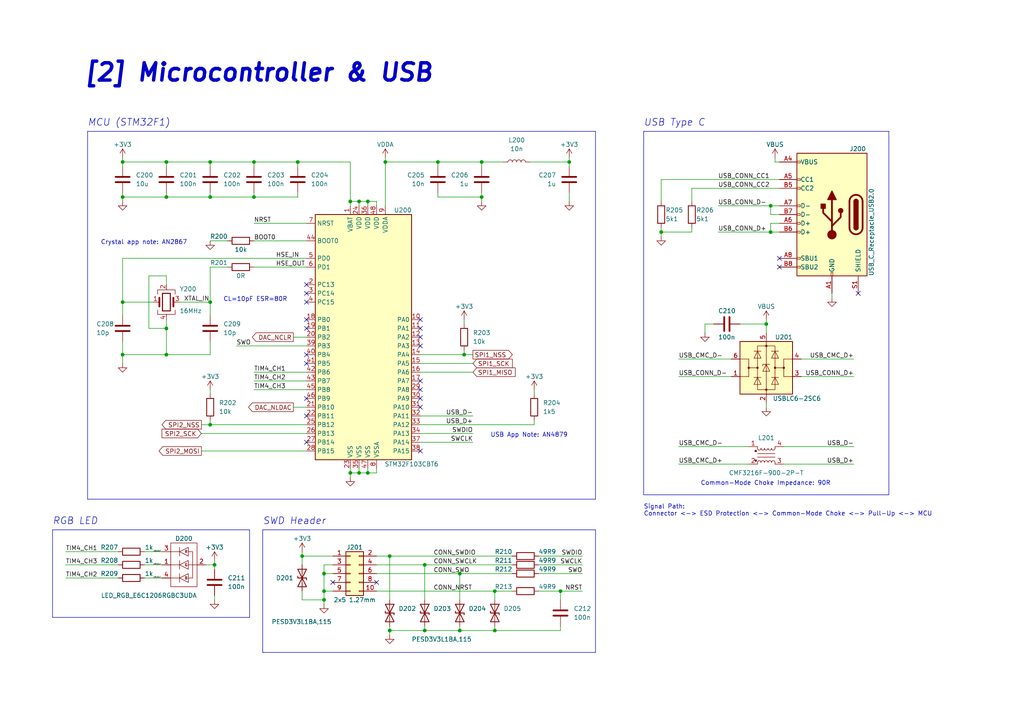
<source format=kicad_sch>
(kicad_sch (version 20230121) (generator eeschema)
  (paper "A4")
  (title_block (title "Mixed-Signal Demo PCB") (date "2021-12-24") (rev "0.1") (company "Phil's Lab"))
  (lib_symbols
    (symbol "Connector:USB_C_Receptacle_USB2.0" (pin_names (offset 1.016))
      (property "Reference" "J" (at -10.16 19.05 0))
      (property "Value" "USB_C_Receptacle_USB2.0" (at 19.05 19.05 0))
      (symbol "USB_C_Receptacle_USB2.0_0_0"
        (rectangle (start -0.254 -17.78) (end 0.254 -16.764))
        (rectangle (start 10.16 -14.986) (end 9.144 -15.494))
        (rectangle (start 10.16 -12.446) (end 9.144 -12.954))
        (rectangle (start 10.16 -4.826) (end 9.144 -5.334))
        (rectangle (start 10.16 -2.286) (end 9.144 -2.794))
        (rectangle (start 10.16 0.254) (end 9.144 -0.254))
        (rectangle (start 10.16 2.794) (end 9.144 2.286))
        (rectangle (start 10.16 7.874) (end 9.144 7.366))
        (rectangle (start 10.16 10.414) (end 9.144 9.906))
        (rectangle (start 10.16 15.494) (end 9.144 14.986))
      )
      (symbol "USB_C_Receptacle_USB2.0_0_1"
        (rectangle (start -10.16 17.78) (end 10.16 -17.78) (stroke (width 0.254)) (fill (type background)))
        (arc (start -8.89 -3.81) (mid -6.985 -5.7067) (end -5.08 -3.81) (stroke (width 0.508)))
        (arc (start -7.62 -3.81) (mid -6.985 -4.4423) (end -6.35 -3.81) (stroke (width 0.254)))
        (arc (start -7.62 -3.81) (mid -6.985 -4.4423) (end -6.35 -3.81) (stroke (width 0.254)) (fill (type outline)))
        (rectangle (start -7.62 -3.81) (end -6.35 3.81) (stroke (width 0.254)) (fill (type outline)))
        (arc (start -6.35 3.81) (mid -6.985 4.4423) (end -7.62 3.81) (stroke (width 0.254)))
        (arc (start -6.35 3.81) (mid -6.985 4.4423) (end -7.62 3.81) (stroke (width 0.254)) (fill (type outline)))
        (arc (start -5.08 3.81) (mid -6.985 5.7067) (end -8.89 3.81) (stroke (width 0.508)))
        (circle (center -2.54 1.143) (radius 0.635) (stroke (width 0.254)) (fill (type outline)))
        (circle (center 0 -5.842) (radius 1.27) (fill (type outline)))
        (polyline (pts (xy -8.89 -3.81) (xy -8.89 3.81)) (stroke (width 0.508)))
        (polyline (pts (xy -5.08 3.81) (xy -5.08 -3.81)) (stroke (width 0.508)))
        (polyline (pts (xy 0 -5.842) (xy 0 4.318)) (stroke (width 0.508)))
        (polyline (pts (xy 0 -3.302) (xy -2.54 -0.762) (xy -2.54 0.508)) (stroke (width 0.508)))
        (polyline (pts (xy 0 -2.032) (xy 2.54 0.508) (xy 2.54 1.778)) (stroke (width 0.508)))
        (polyline (pts (xy -1.27 4.318) (xy 0 6.858) (xy 1.27 4.318) (xy -1.27 4.318)) (stroke (width 0.254)) (fill (type outline)))
        (rectangle (start 1.905 1.778) (end 3.175 3.048) (stroke (width 0.254)) (fill (type outline)))
      )
      (symbol "USB_C_Receptacle_USB2.0_1_1"
        (pin passive line (at 0 -22.86 90) (length 5.08) (name "GND") (number "A1"))
        (pin passive line (at 0 -22.86 90) (length 5.08) hide (name "GND") (number "A12"))
        (pin passive line (at 15.24 15.24 180) (length 5.08) (name "VBUS") (number "A4"))
        (pin bidirectional line (at 15.24 10.16 180) (length 5.08) (name "CC1") (number "A5"))
        (pin bidirectional line (at 15.24 -2.54 180) (length 5.08) (name "D+") (number "A6"))
        (pin bidirectional line (at 15.24 2.54 180) (length 5.08) (name "D-") (number "A7"))
        (pin bidirectional line (at 15.24 -12.7 180) (length 5.08) (name "SBU1") (number "A8"))
        (pin passive line (at 15.24 15.24 180) (length 5.08) hide (name "VBUS") (number "A9"))
        (pin passive line (at 0 -22.86 90) (length 5.08) hide (name "GND") (number "B1"))
        (pin passive line (at 0 -22.86 90) (length 5.08) hide (name "GND") (number "B12"))
        (pin passive line (at 15.24 15.24 180) (length 5.08) hide (name "VBUS") (number "B4"))
        (pin bidirectional line (at 15.24 7.62 180) (length 5.08) (name "CC2") (number "B5"))
        (pin bidirectional line (at 15.24 -5.08 180) (length 5.08) (name "D+") (number "B6"))
        (pin bidirectional line (at 15.24 0 180) (length 5.08) (name "D-") (number "B7"))
        (pin bidirectional line (at 15.24 -15.24 180) (length 5.08) (name "SBU2") (number "B8"))
        (pin passive line (at 15.24 15.24 180) (length 5.08) hide (name "VBUS") (number "B9"))
        (pin passive line (at -7.62 -22.86 90) (length 5.08) (name "SHIELD") (number "S1"))
      )
    )
    (symbol "Connector_Generic:Conn_02x05_Odd_Even" (pin_names (offset 1.016) hide)
      (property "Reference" "J" (at 1.27 7.62 0))
      (property "Value" "Conn_02x05_Odd_Even" (at 1.27 -7.62 0))
      (symbol "Conn_02x05_Odd_Even_1_1"
        (rectangle (start -1.27 -4.953) (end 0 -5.207) (stroke (width 0.1524)))
        (rectangle (start -1.27 -2.413) (end 0 -2.667) (stroke (width 0.1524)))
        (rectangle (start -1.27 0.127) (end 0 -0.127) (stroke (width 0.1524)))
        (rectangle (start -1.27 2.667) (end 0 2.413) (stroke (width 0.1524)))
        (rectangle (start -1.27 5.207) (end 0 4.953) (stroke (width 0.1524)))
        (rectangle (start -1.27 6.35) (end 3.81 -6.35) (stroke (width 0.254)) (fill (type background)))
        (rectangle (start 3.81 -4.953) (end 2.54 -5.207) (stroke (width 0.1524)))
        (rectangle (start 3.81 -2.413) (end 2.54 -2.667) (stroke (width 0.1524)))
        (rectangle (start 3.81 0.127) (end 2.54 -0.127) (stroke (width 0.1524)))
        (rectangle (start 3.81 2.667) (end 2.54 2.413) (stroke (width 0.1524)))
        (rectangle (start 3.81 5.207) (end 2.54 4.953) (stroke (width 0.1524)))
        (pin passive line (at -5.08 5.08 0) (length 3.81) (name "Pin_1") (number "1"))
        (pin passive line (at 7.62 -5.08 180) (length 3.81) (name "Pin_10") (number "10"))
        (pin passive line (at 7.62 5.08 180) (length 3.81) (name "Pin_2") (number "2"))
        (pin passive line (at -5.08 2.54 0) (length 3.81) (name "Pin_3") (number "3"))
        (pin passive line (at 7.62 2.54 180) (length 3.81) (name "Pin_4") (number "4"))
        (pin passive line (at -5.08 0 0) (length 3.81) (name "Pin_5") (number "5"))
        (pin passive line (at 7.62 0 180) (length 3.81) (name "Pin_6") (number "6"))
        (pin passive line (at -5.08 -2.54 0) (length 3.81) (name "Pin_7") (number "7"))
        (pin passive line (at 7.62 -2.54 180) (length 3.81) (name "Pin_8") (number "8"))
        (pin passive line (at -5.08 -5.08 0) (length 3.81) (name "Pin_9") (number "9"))
      )
    )
    (symbol "Device:C" (pin_numbers hide) (pin_names (offset 0.254))
      (property "Reference" "C" (at 0.635 2.54 0))
      (property "Value" "C" (at 0.635 -2.54 0))
      (symbol "C_0_1"
        (polyline (pts (xy -2.032 -0.762) (xy 2.032 -0.762)) (stroke (width 0.508)))
        (polyline (pts (xy -2.032 0.762) (xy 2.032 0.762)) (stroke (width 0.508)))
      )
      (symbol "C_1_1"
        (pin passive line (at 0 3.81 270) (length 2.794) (name "~") (number "1"))
        (pin passive line (at 0 -3.81 90) (length 2.794) (name "~") (number "2"))
      )
    )
    (symbol "Device:Crystal_GND24" (pin_names (offset 1.016) hide)
      (property "Reference" "Y" (at 3.175 5.08 0))
      (property "Value" "Crystal_GND24" (at 3.175 3.175 0))
      (symbol "Crystal_GND24_0_1"
        (rectangle (start -1.143 2.54) (end 1.143 -2.54) (stroke (width 0.3048)))
        (polyline (pts (xy -2.54 0) (xy -2.032 0)))
        (polyline (pts (xy -2.032 -1.27) (xy -2.032 1.27)) (stroke (width 0.508)))
        (polyline (pts (xy 0 -3.81) (xy 0 -3.556)))
        (polyline (pts (xy 0 3.556) (xy 0 3.81)))
        (polyline (pts (xy 2.032 -1.27) (xy 2.032 1.27)) (stroke (width 0.508)))
        (polyline (pts (xy 2.032 0) (xy 2.54 0)))
        (polyline (pts (xy -2.54 -2.286) (xy -2.54 -3.556) (xy 2.54 -3.556) (xy 2.54 -2.286)))
        (polyline (pts (xy -2.54 2.286) (xy -2.54 3.556) (xy 2.54 3.556) (xy 2.54 2.286)))
      )
      (symbol "Crystal_GND24_1_1"
        (pin passive line (at -3.81 0 0) (length 1.27) (name "1") (number "1"))
        (pin passive line (at 0 5.08 270) (length 1.27) (name "2") (number "2"))
        (pin passive line (at 3.81 0 180) (length 1.27) (name "3") (number "3"))
        (pin passive line (at 0 -5.08 90) (length 1.27) (name "4") (number "4"))
      )
    )
    (symbol "Device:D_TVS" (pin_numbers hide) (pin_names (offset 1.016) hide)
      (property "Reference" "D" (at 0 2.54 0))
      (property "Value" "D_TVS" (at 0 -2.54 0))
      (symbol "D_TVS_0_1"
        (polyline (pts (xy 1.27 0) (xy -1.27 0)))
        (polyline (pts (xy 0.508 1.27) (xy 0 1.27) (xy 0 -1.27) (xy -0.508 -1.27)) (stroke (width 0.254)))
        (polyline (pts (xy -2.54 1.27) (xy -2.54 -1.27) (xy 2.54 1.27) (xy 2.54 -1.27) (xy -2.54 1.27)) (stroke (width 0.254)))
      )
      (symbol "D_TVS_1_1"
        (pin passive line (at -3.81 0 0) (length 2.54) (name "A1") (number "1"))
        (pin passive line (at 3.81 0 180) (length 2.54) (name "A2") (number "2"))
      )
    )
    (symbol "Device:EMI_Filter_LL_1423" (pin_names hide)
      (property "Reference" "FL" (at 0 4.445 0))
      (property "Value" "Device_EMI_Filter_LL_1423" (at 0 -4.445 0))
      (symbol "EMI_Filter_LL_1423_0_1"
        (circle (center -3.048 -1.27) (radius 0.254) (fill (type outline)))
        (circle (center -3.048 1.524) (radius 0.254) (fill (type outline)))
        (arc (start -2.54 2.032) (mid -2.032 1.5262) (end -1.524 2.032))
        (arc (start -1.524 -2.032) (mid -2.032 -1.5262) (end -2.54 -2.032))
        (arc (start -1.524 2.032) (mid -1.016 1.5262) (end -0.508 2.032))
        (arc (start -0.508 -2.032) (mid -1.016 -1.5262) (end -1.524 -2.032))
        (arc (start -0.508 2.032) (mid 0 1.5262) (end 0.508 2.032))
        (polyline (pts (xy -2.54 -2.032) (xy -2.54 -2.54)))
        (polyline (pts (xy -2.54 0.508) (xy 2.54 0.508)))
        (polyline (pts (xy -2.54 2.032) (xy -2.54 2.54)))
        (polyline (pts (xy 2.54 -2.032) (xy 2.54 -2.54)))
        (polyline (pts (xy 2.54 -0.508) (xy -2.54 -0.508)))
        (polyline (pts (xy 2.54 2.54) (xy 2.54 2.032)))
        (arc (start 0.508 -2.032) (mid 0 -1.5262) (end -0.508 -2.032))
        (arc (start 0.508 2.032) (mid 1.016 1.5262) (end 1.524 2.032))
        (arc (start 1.524 -2.032) (mid 1.016 -1.5262) (end 0.508 -2.032))
        (arc (start 1.524 2.032) (mid 2.032 1.5262) (end 2.54 2.032))
        (arc (start 2.54 -2.032) (mid 2.032 -1.5262) (end 1.524 -2.032))
      )
      (symbol "EMI_Filter_LL_1423_1_1"
        (pin passive line (at -5.08 -2.54 0) (length 2.54) (name "1") (number "1"))
        (pin passive line (at -5.08 2.54 0) (length 2.54) (name "2") (number "2"))
        (pin passive line (at 5.08 2.54 180) (length 2.54) (name "3") (number "3"))
        (pin passive line (at 5.08 -2.54 180) (length 2.54) (name "4") (number "4"))
      )
    )
    (symbol "Device:L" (pin_numbers hide) (pin_names (offset 1.016) hide)
      (property "Reference" "L" (at -1.27 0 90))
      (property "Value" "L" (at 1.905 0 90))
      (symbol "L_0_1"
        (arc (start 0 -2.54) (mid 0.6323 -1.905) (end 0 -1.27))
        (arc (start 0 -1.27) (mid 0.6323 -0.635) (end 0 0))
        (arc (start 0 0) (mid 0.6323 0.635) (end 0 1.27))
        (arc (start 0 1.27) (mid 0.6323 1.905) (end 0 2.54))
      )
      (symbol "L_1_1"
        (pin passive line (at 0 3.81 270) (length 1.27) (name "1") (number "1"))
        (pin passive line (at 0 -3.81 90) (length 1.27) (name "2") (number "2"))
      )
    )
    (symbol "Device:R" (pin_numbers hide) (pin_names (offset 0))
      (property "Reference" "R" (at 2.032 0 90))
      (property "Value" "R" (at 0 0 90))
      (symbol "R_0_1"
        (rectangle (start -1.016 -2.54) (end 1.016 2.54) (stroke (width 0.254)))
      )
      (symbol "R_1_1"
        (pin passive line (at 0 3.81 270) (length 1.27) (name "~") (number "1"))
        (pin passive line (at 0 -3.81 90) (length 1.27) (name "~") (number "2"))
      )
    )
    (symbol "MCU_ST_STM32F1:STM32F103CBTx"
      (property "Reference" "U" (at -15.24 36.83 0))
      (property "Value" "STM32F103CBTx" (at 7.62 36.83 0))
      (symbol "STM32F103CBTx_0_1"
        (rectangle (start -15.24 -35.56) (end 12.7 35.56) (stroke (width 0.254)) (fill (type background)))
      )
      (symbol "STM32F103CBTx_1_1"
        (pin power_in line (at -5.08 38.1 270) (length 2.54) (name "VBAT") (number "1"))
        (pin bidirectional line (at 15.24 5.08 180) (length 2.54) (name "PA0") (number "10"))
        (pin bidirectional line (at 15.24 2.54 180) (length 2.54) (name "PA1") (number "11"))
        (pin bidirectional line (at 15.24 0 180) (length 2.54) (name "PA2") (number "12"))
        (pin bidirectional line (at 15.24 -2.54 180) (length 2.54) (name "PA3") (number "13"))
        (pin bidirectional line (at 15.24 -5.08 180) (length 2.54) (name "PA4") (number "14"))
        (pin bidirectional line (at 15.24 -7.62 180) (length 2.54) (name "PA5") (number "15"))
        (pin bidirectional line (at 15.24 -10.16 180) (length 2.54) (name "PA6") (number "16"))
        (pin bidirectional line (at 15.24 -12.7 180) (length 2.54) (name "PA7") (number "17"))
        (pin bidirectional line (at -17.78 5.08 0) (length 2.54) (name "PB0") (number "18"))
        (pin bidirectional line (at -17.78 2.54 0) (length 2.54) (name "PB1") (number "19"))
        (pin bidirectional line (at -17.78 15.24 0) (length 2.54) (name "PC13") (number "2"))
        (pin bidirectional line (at -17.78 0 0) (length 2.54) (name "PB2") (number "20"))
        (pin bidirectional line (at -17.78 -20.32 0) (length 2.54) (name "PB10") (number "21"))
        (pin bidirectional line (at -17.78 -22.86 0) (length 2.54) (name "PB11") (number "22"))
        (pin power_in line (at -5.08 -38.1 90) (length 2.54) (name "VSS") (number "23"))
        (pin power_in line (at -2.54 38.1 270) (length 2.54) (name "VDD") (number "24"))
        (pin bidirectional line (at -17.78 -25.4 0) (length 2.54) (name "PB12") (number "25"))
        (pin bidirectional line (at -17.78 -27.94 0) (length 2.54) (name "PB13") (number "26"))
        (pin bidirectional line (at -17.78 -30.48 0) (length 2.54) (name "PB14") (number "27"))
        (pin bidirectional line (at -17.78 -33.02 0) (length 2.54) (name "PB15") (number "28"))
        (pin bidirectional line (at 15.24 -15.24 180) (length 2.54) (name "PA8") (number "29"))
        (pin bidirectional line (at -17.78 12.7 0) (length 2.54) (name "PC14") (number "3"))
        (pin bidirectional line (at 15.24 -17.78 180) (length 2.54) (name "PA9") (number "30"))
        (pin bidirectional line (at 15.24 -20.32 180) (length 2.54) (name "PA10") (number "31"))
        (pin bidirectional line (at 15.24 -22.86 180) (length 2.54) (name "PA11") (number "32"))
        (pin bidirectional line (at 15.24 -25.4 180) (length 2.54) (name "PA12") (number "33"))
        (pin bidirectional line (at 15.24 -27.94 180) (length 2.54) (name "PA13") (number "34"))
        (pin power_in line (at -2.54 -38.1 90) (length 2.54) (name "VSS") (number "35"))
        (pin power_in line (at 0 38.1 270) (length 2.54) (name "VDD") (number "36"))
        (pin bidirectional line (at 15.24 -30.48 180) (length 2.54) (name "PA14") (number "37"))
        (pin bidirectional line (at 15.24 -33.02 180) (length 2.54) (name "PA15") (number "38"))
        (pin bidirectional line (at -17.78 -2.54 0) (length 2.54) (name "PB3") (number "39"))
        (pin bidirectional line (at -17.78 10.16 0) (length 2.54) (name "PC15") (number "4"))
        (pin bidirectional line (at -17.78 -5.08 0) (length 2.54) (name "PB4") (number "40"))
        (pin bidirectional line (at -17.78 -7.62 0) (length 2.54) (name "PB5") (number "41"))
        (pin bidirectional line (at -17.78 -10.16 0) (length 2.54) (name "PB6") (number "42"))
        (pin bidirectional line (at -17.78 -12.7 0) (length 2.54) (name "PB7") (number "43"))
        (pin input line (at -17.78 27.94 0) (length 2.54) (name "BOOT0") (number "44"))
        (pin bidirectional line (at -17.78 -15.24 0) (length 2.54) (name "PB8") (number "45"))
        (pin bidirectional line (at -17.78 -17.78 0) (length 2.54) (name "PB9") (number "46"))
        (pin power_in line (at 0 -38.1 90) (length 2.54) (name "VSS") (number "47"))
        (pin power_in line (at 2.54 38.1 270) (length 2.54) (name "VDD") (number "48"))
        (pin input line (at -17.78 22.86 0) (length 2.54) (name "PD0") (number "5"))
        (pin input line (at -17.78 20.32 0) (length 2.54) (name "PD1") (number "6"))
        (pin input line (at -17.78 33.02 0) (length 2.54) (name "NRST") (number "7"))
        (pin power_in line (at 2.54 -38.1 90) (length 2.54) (name "VSSA") (number "8"))
        (pin power_in line (at 5.08 38.1 270) (length 2.54) (name "VDDA") (number "9"))
      )
    )
    (symbol "Power_Protection:USBLC6-2SC6" (pin_names hide)
      (property "Reference" "U" (at 2.54 8.89 0))
      (property "Value" "USBLC6-2SC6" (at 2.54 -8.89 0))
      (symbol "USBLC6-2SC6_0_1"
        (rectangle (start -7.62 -7.62) (end 7.62 7.62) (stroke (width 0.254)) (fill (type background)))
        (circle (center -5.08 0) (radius 0.254) (fill (type outline)))
        (circle (center -2.54 0) (radius 0.254) (fill (type outline)))
        (rectangle (start -2.54 6.35) (end 2.54 -6.35))
        (circle (center 0 -6.35) (radius 0.254) (fill (type outline)))
        (polyline (pts (xy -5.08 -2.54) (xy -7.62 -2.54)))
        (polyline (pts (xy -5.08 0) (xy -5.08 -2.54)))
        (polyline (pts (xy -5.08 2.54) (xy -7.62 2.54)))
        (polyline (pts (xy -1.524 -2.794) (xy -3.556 -2.794)))
        (polyline (pts (xy -1.524 4.826) (xy -3.556 4.826)))
        (polyline (pts (xy 0 -7.62) (xy 0 -6.35)))
        (polyline (pts (xy 0 -6.35) (xy 0 1.27)))
        (polyline (pts (xy 0 1.27) (xy 0 6.35)))
        (polyline (pts (xy 0 6.35) (xy 0 7.62)))
        (polyline (pts (xy 1.524 -2.794) (xy 3.556 -2.794)))
        (polyline (pts (xy 1.524 4.826) (xy 3.556 4.826)))
        (polyline (pts (xy 5.08 -2.54) (xy 7.62 -2.54)))
        (polyline (pts (xy 5.08 0) (xy 5.08 -2.54)))
        (polyline (pts (xy 5.08 2.54) (xy 7.62 2.54)))
        (polyline (pts (xy -2.54 0) (xy -5.08 0) (xy -5.08 2.54)))
        (polyline (pts (xy 2.54 0) (xy 5.08 0) (xy 5.08 2.54)))
        (polyline (pts (xy -3.556 -4.826) (xy -1.524 -4.826) (xy -2.54 -2.794) (xy -3.556 -4.826)))
        (polyline (pts (xy -3.556 2.794) (xy -1.524 2.794) (xy -2.54 4.826) (xy -3.556 2.794)))
        (polyline (pts (xy -1.016 -1.016) (xy 1.016 -1.016) (xy 0 1.016) (xy -1.016 -1.016)))
        (polyline (pts (xy 1.016 1.016) (xy 0.762 1.016) (xy -1.016 1.016) (xy -1.016 0.508)))
        (polyline (pts (xy 3.556 -4.826) (xy 1.524 -4.826) (xy 2.54 -2.794) (xy 3.556 -4.826)))
        (polyline (pts (xy 3.556 2.794) (xy 1.524 2.794) (xy 2.54 4.826) (xy 3.556 2.794)))
        (circle (center 0 6.35) (radius 0.254) (fill (type outline)))
        (circle (center 2.54 0) (radius 0.254) (fill (type outline)))
        (circle (center 5.08 0) (radius 0.254) (fill (type outline)))
      )
      (symbol "USBLC6-2SC6_1_1"
        (pin passive line (at -10.16 -2.54 0) (length 2.54) (name "I/O1") (number "1"))
        (pin passive line (at 0 -10.16 90) (length 2.54) (name "GND") (number "2"))
        (pin passive line (at 10.16 -2.54 180) (length 2.54) (name "I/O2") (number "3"))
        (pin passive line (at 10.16 2.54 180) (length 2.54) (name "I/O2") (number "4"))
        (pin passive line (at 0 10.16 270) (length 2.54) (name "VBUS") (number "5"))
        (pin passive line (at -10.16 2.54 0) (length 2.54) (name "I/O1") (number "6"))
      )
    )
    (symbol "SchmillipKiCADLibrary:LED_RGB_E6C1206RGBC3UDA" (pin_names (offset 1.016))
      (property "Reference" "D" (at 0 7.62 0))
      (property "Value" "SchmillipKiCADLibrary_LED_RGB_E6C1206RGBC3UDA" (at 0 -7.62 0))
      (symbol "LED_RGB_E6C1206RGBC3UDA_0_0"
        (text "R" (at 0.635 3.81 0) (effects (font (size 0.762 0.762))))
      )
      (symbol "LED_RGB_E6C1206RGBC3UDA_0_1"
        (polyline (pts (xy -1.27 -3.81) (xy -3.81 -3.81)))
        (polyline (pts (xy -1.27 0) (xy -3.81 0)))
        (polyline (pts (xy -1.27 3.81) (xy -3.81 3.81)))
        (polyline (pts (xy -1.27 5.08) (xy -1.27 2.54)))
        (polyline (pts (xy 1.27 0) (xy 3.81 0)))
        (polyline (pts (xy 1.27 -3.81) (xy 2.54 -3.81) (xy 2.54 0)))
        (polyline (pts (xy 1.27 3.81) (xy 2.54 3.81) (xy 2.54 0)))
        (polyline (pts (xy 1.27 2.54) (xy 1.27 5.08) (xy -1.27 3.81) (xy 1.27 2.54)))
        (rectangle (start 3.81 -6.35) (end -3.81 6.35))
      )
      (symbol "LED_RGB_E6C1206RGBC3UDA_1_1"
        (polyline (pts (xy -1.27 -2.54) (xy -1.27 -5.08)))
        (polyline (pts (xy -1.27 1.27) (xy -1.27 -1.27)))
        (polyline (pts (xy 1.27 -5.08) (xy 1.27 -2.54) (xy -1.27 -3.81) (xy 1.27 -5.08)))
        (polyline (pts (xy 1.27 -1.27) (xy 1.27 1.27) (xy -1.27 0) (xy 1.27 -1.27)))
        (text "B" (at 0.635 -3.81 0) (effects (font (size 0.762 0.762))))
        (text "G" (at 0.635 0 0) (effects (font (size 0.762 0.762))))
        (pin power_in line (at -6.35 0 0) (length 2.54) (name "~") (number "1"))
        (pin power_in line (at 6.35 0 180) (length 2.54) (name "~") (number "2"))
        (pin power_in line (at -6.35 3.81 0) (length 2.54) (name "~") (number "3"))
        (pin power_in line (at -6.35 -3.81 0) (length 2.54) (name "~") (number "4"))
      )
    )
    (symbol "power:+3V3" (power) (pin_names (offset 0))
      (property "Value" "+3V3" (at 0 3.556 0))
      (symbol "+3V3_0_1"
        (polyline (pts (xy -0.762 1.27) (xy 0 2.54)))
        (polyline (pts (xy 0 0) (xy 0 2.54)))
        (polyline (pts (xy 0 2.54) (xy 0.762 1.27)))
      )
      (symbol "+3V3_1_1"
        (pin power_in line (at 0 0 90) (length 0) hide (name "+3V3") (number "1"))
      )
    )
    (symbol "power:GND" (power) (pin_names (offset 0))
      (property "Value" "GND" (at 0 -3.81 0))
      (symbol "GND_0_1"
        (polyline (pts (xy 0 0) (xy 0 -1.27) (xy 1.27 -1.27) (xy 0 -2.54) (xy -1.27 -1.27) (xy 0 -1.27)))
      )
      (symbol "GND_1_1"
        (pin power_in line (at 0 0 270) (length 0) hide (name "GND") (number "1"))
      )
    )
    (symbol "power:VBUS" (power) (pin_names (offset 0))
      (property "Value" "VBUS" (at 0 3.81 0))
      (symbol "VBUS_0_1"
        (polyline (pts (xy -0.762 1.27) (xy 0 2.54)))
        (polyline (pts (xy 0 0) (xy 0 2.54)))
        (polyline (pts (xy 0 2.54) (xy 0.762 1.27)))
      )
      (symbol "VBUS_1_1"
        (pin power_in line (at 0 0 90) (length 0) hide (name "VBUS") (number "1"))
      )
    )
    (symbol "power:VDDA" (power) (pin_names (offset 0))
      (property "Value" "VDDA" (at 0 3.81 0))
      (symbol "VDDA_0_1"
        (polyline (pts (xy -0.762 1.27) (xy 0 2.54)))
        (polyline (pts (xy 0 0) (xy 0 2.54)))
        (polyline (pts (xy 0 2.54) (xy 0.762 1.27)))
      )
      (symbol "VDDA_1_1"
        (pin power_in line (at 0 0 90) (length 0) hide (name "VDDA") (number "1"))
      )
    )
  )
  (junction (at 48.26 46.99))
  (junction (at 48.26 57.15))
  (junction (at 139.7 46.99))
  (junction (at 139.7 57.15))
  (junction (at 35.56 102.87))
  (junction (at 165.1 46.99))
  (junction (at 133.35 166.37))
  (junction (at 143.51 182.88))
  (junction (at 191.77 67.31))
  (junction (at 123.19 182.88))
  (junction (at 143.51 171.45))
  (junction (at 223.52 67.31))
  (junction (at 93.98 171.45))
  (junction (at 62.23 163.83))
  (junction (at 35.56 87.63))
  (junction (at 48.26 95.25))
  (junction (at 101.6 58.42))
  (junction (at 87.63 161.29))
  (junction (at 104.14 58.42))
  (junction (at 86.36 46.99))
  (junction (at 60.96 87.63))
  (junction (at 60.96 46.99))
  (junction (at 35.56 46.99))
  (junction (at 222.25 93.98))
  (junction (at 35.56 57.15))
  (junction (at 127 46.99))
  (junction (at 123.19 163.83))
  (junction (at 48.26 102.87))
  (junction (at 73.66 46.99))
  (junction (at 223.52 59.69))
  (junction (at 73.66 57.15))
  (junction (at 113.03 182.88))
  (junction (at 111.76 46.99))
  (junction (at 104.14 137.16))
  (junction (at 133.35 182.88))
  (junction (at 60.96 123.19))
  (junction (at 101.6 137.16))
  (junction (at 162.56 171.45))
  (junction (at 106.68 137.16))
  (junction (at 134.62 102.87))
  (junction (at 113.03 161.29))
  (junction (at 106.68 58.42))
  (junction (at 93.98 173.99))
  (junction (at 60.96 57.15))
  (junction (at 93.98 166.37))
  (no_connect (at 88.9 95.25))
  (no_connect (at 88.9 92.71))
  (no_connect (at 109.22 168.91))
  (no_connect (at 248.92 85.09))
  (no_connect (at 121.92 115.57))
  (no_connect (at 88.9 82.55))
  (no_connect (at 121.92 118.11))
  (no_connect (at 121.92 97.79))
  (no_connect (at 121.92 130.81))
  (no_connect (at 121.92 113.03))
  (no_connect (at 88.9 120.65))
  (no_connect (at 121.92 92.71))
  (no_connect (at 226.06 77.47))
  (no_connect (at 88.9 102.87))
  (no_connect (at 121.92 100.33))
  (no_connect (at 88.9 105.41))
  (no_connect (at 121.92 110.49))
  (no_connect (at 121.92 95.25))
  (no_connect (at 88.9 128.27))
  (no_connect (at 88.9 85.09))
  (no_connect (at 96.52 168.91))
  (no_connect (at 88.9 87.63))
  (no_connect (at 88.9 115.57))
  (no_connect (at 226.06 74.93))
  (wire (pts (xy 222.25 93.98) (xy 222.25 92.71)))
  (polyline (pts (xy 72.39 153.67) (xy 72.39 179.07)))
  (wire (pts (xy 86.36 57.15) (xy 86.36 55.88)))
  (wire (pts (xy 35.56 74.93) (xy 88.9 74.93)))
  (wire (pts (xy 93.98 173.99) (xy 87.63 173.99)))
  (wire (pts (xy 208.28 59.69) (xy 223.52 59.69)))
  (wire (pts (xy 222.25 118.11) (xy 222.25 116.84)))
  (wire (pts (xy 73.66 57.15) (xy 86.36 57.15)))
  (wire (pts (xy 162.56 181.61) (xy 162.56 182.88)))
  (wire (pts (xy 247.65 109.22) (xy 232.41 109.22)))
  (wire (pts (xy 62.23 163.83) (xy 62.23 165.1)))
  (wire (pts (xy 191.77 68.58) (xy 191.77 67.31)))
  (wire (pts (xy 127 46.99) (xy 111.76 46.99)))
  (wire (pts (xy 104.14 58.42) (xy 106.68 58.42)))
  (wire (pts (xy 204.47 93.98) (xy 207.01 93.98)))
  (wire (pts (xy 143.51 182.88) (xy 143.51 181.61)))
  (wire (pts (xy 62.23 173.99) (xy 62.23 172.72)))
  (wire (pts (xy 139.7 48.26) (xy 139.7 46.99)))
  (wire (pts (xy 48.26 46.99) (xy 35.56 46.99)))
  (wire (pts (xy 133.35 182.88) (xy 143.51 182.88)))
  (wire (pts (xy 224.79 45.72) (xy 224.79 46.99)))
  (wire (pts (xy 60.96 48.26) (xy 60.96 46.99)))
  (wire (pts (xy 48.26 95.25) (xy 48.26 102.87)))
  (wire (pts (xy 191.77 52.07) (xy 226.06 52.07)))
  (wire (pts (xy 73.66 55.88) (xy 73.66 57.15)))
  (wire (pts (xy 200.66 67.31) (xy 200.66 66.04)))
  (wire (pts (xy 162.56 171.45) (xy 168.91 171.45)))
  (wire (pts (xy 87.63 160.02) (xy 87.63 161.29)))
  (wire (pts (xy 43.18 80.01) (xy 43.18 95.25)))
  (wire (pts (xy 139.7 55.88) (xy 139.7 57.15)))
  (wire (pts (xy 191.77 67.31) (xy 191.77 66.04)))
  (polyline (pts (xy 186.69 38.1) (xy 186.69 143.51)))
  (wire (pts (xy 123.19 173.99) (xy 123.19 163.83)))
  (wire (pts (xy 196.85 109.22) (xy 212.09 109.22)))
  (wire (pts (xy 48.26 80.01) (xy 43.18 80.01)))
  (wire (pts (xy 96.52 171.45) (xy 93.98 171.45)))
  (polyline (pts (xy 172.72 153.67) (xy 76.2 153.67)))
  (wire (pts (xy 196.85 134.62) (xy 217.17 134.62)))
  (wire (pts (xy 156.21 163.83) (xy 168.91 163.83)))
  (wire (pts (xy 48.26 57.15) (xy 60.96 57.15)))
  (polyline (pts (xy 186.69 143.51) (xy 257.81 143.51)))
  (wire (pts (xy 34.29 167.64) (xy 19.05 167.64)))
  (wire (pts (xy 113.03 173.99) (xy 113.03 161.29)))
  (wire (pts (xy 223.52 67.31) (xy 208.28 67.31)))
  (wire (pts (xy 35.56 102.87) (xy 35.56 99.06)))
  (wire (pts (xy 60.96 121.92) (xy 60.96 123.19)))
  (wire (pts (xy 60.96 102.87) (xy 60.96 99.06)))
  (wire (pts (xy 165.1 45.72) (xy 165.1 46.99)))
  (wire (pts (xy 113.03 184.15) (xy 113.03 182.88)))
  (wire (pts (xy 137.16 125.73) (xy 121.92 125.73)))
  (polyline (pts (xy 172.72 189.23) (xy 172.72 153.67)))
  (wire (pts (xy 60.96 57.15) (xy 73.66 57.15)))
  (wire (pts (xy 121.92 107.95) (xy 137.16 107.95)))
  (wire (pts (xy 196.85 104.14) (xy 212.09 104.14)))
  (wire (pts (xy 162.56 173.99) (xy 162.56 171.45)))
  (polyline (pts (xy 76.2 153.67) (xy 76.2 189.23)))
  (wire (pts (xy 214.63 93.98) (xy 222.25 93.98)))
  (wire (pts (xy 35.56 46.99) (xy 35.56 48.26)))
  (wire (pts (xy 46.99 163.83) (xy 41.91 163.83)))
  (wire (pts (xy 154.94 123.19) (xy 154.94 121.92)))
  (wire (pts (xy 247.65 134.62) (xy 227.33 134.62)))
  (wire (pts (xy 34.29 160.02) (xy 19.05 160.02)))
  (wire (pts (xy 109.22 161.29) (xy 113.03 161.29)))
  (polyline (pts (xy 186.69 38.1) (xy 257.81 38.1)))
  (wire (pts (xy 247.65 104.14) (xy 232.41 104.14)))
  (wire (pts (xy 121.92 120.65) (xy 137.16 120.65)))
  (wire (pts (xy 73.66 110.49) (xy 88.9 110.49)))
  (wire (pts (xy 58.42 130.81) (xy 88.9 130.81)))
  (wire (pts (xy 109.22 163.83) (xy 123.19 163.83)))
  (wire (pts (xy 223.52 59.69) (xy 226.06 59.69)))
  (wire (pts (xy 154.94 123.19) (xy 121.92 123.19)))
  (wire (pts (xy 48.26 92.71) (xy 48.26 95.25)))
  (wire (pts (xy 109.22 166.37) (xy 133.35 166.37)))
  (polyline (pts (xy 172.72 38.1) (xy 172.72 144.78)))
  (polyline (pts (xy 15.24 153.67) (xy 72.39 153.67)))
  (wire (pts (xy 247.65 129.54) (xy 227.33 129.54)))
  (wire (pts (xy 86.36 48.26) (xy 86.36 46.99)))
  (wire (pts (xy 113.03 161.29) (xy 148.59 161.29)))
  (wire (pts (xy 123.19 181.61) (xy 123.19 182.88)))
  (wire (pts (xy 165.1 55.88) (xy 165.1 58.42)))
  (wire (pts (xy 143.51 173.99) (xy 143.51 171.45)))
  (wire (pts (xy 43.18 95.25) (xy 48.26 95.25)))
  (wire (pts (xy 226.06 64.77) (xy 223.52 64.77)))
  (wire (pts (xy 133.35 181.61) (xy 133.35 182.88)))
  (wire (pts (xy 35.56 58.42) (xy 35.56 57.15)))
  (polyline (pts (xy 25.4 144.78) (xy 172.72 144.78)))
  (polyline (pts (xy 257.81 38.1) (xy 257.81 143.51)))
  (wire (pts (xy 168.91 161.29) (xy 156.21 161.29)))
  (wire (pts (xy 60.96 46.99) (xy 48.26 46.99)))
  (wire (pts (xy 60.96 123.19) (xy 88.9 123.19)))
  (wire (pts (xy 154.94 113.03) (xy 154.94 114.3)))
  (wire (pts (xy 35.56 102.87) (xy 48.26 102.87)))
  (wire (pts (xy 101.6 58.42) (xy 104.14 58.42)))
  (wire (pts (xy 123.19 182.88) (xy 133.35 182.88)))
  (wire (pts (xy 86.36 46.99) (xy 73.66 46.99)))
  (wire (pts (xy 224.79 46.99) (xy 226.06 46.99)))
  (wire (pts (xy 200.66 58.42) (xy 200.66 54.61)))
  (wire (pts (xy 58.42 123.19) (xy 60.96 123.19)))
  (wire (pts (xy 35.56 105.41) (xy 35.56 102.87)))
  (wire (pts (xy 127 48.26) (xy 127 46.99)))
  (wire (pts (xy 35.56 87.63) (xy 44.45 87.63)))
  (wire (pts (xy 41.91 167.64) (xy 46.99 167.64)))
  (wire (pts (xy 146.05 46.99) (xy 139.7 46.99)))
  (wire (pts (xy 127 46.99) (xy 139.7 46.99)))
  (wire (pts (xy 106.68 58.42) (xy 109.22 58.42)))
  (wire (pts (xy 204.47 96.52) (xy 204.47 93.98)))
  (wire (pts (xy 134.62 101.6) (xy 134.62 102.87)))
  (wire (pts (xy 104.14 59.69) (xy 104.14 58.42)))
  (wire (pts (xy 35.56 46.99) (xy 35.56 45.72)))
  (wire (pts (xy 153.67 46.99) (xy 165.1 46.99)))
  (wire (pts (xy 101.6 46.99) (xy 101.6 58.42)))
  (wire (pts (xy 241.3 86.36) (xy 241.3 85.09)))
  (wire (pts (xy 223.52 62.23) (xy 223.52 59.69)))
  (wire (pts (xy 133.35 166.37) (xy 148.59 166.37)))
  (wire (pts (xy 93.98 166.37) (xy 93.98 163.83)))
  (wire (pts (xy 123.19 163.83) (xy 148.59 163.83)))
  (wire (pts (xy 48.26 55.88) (xy 48.26 57.15)))
  (wire (pts (xy 60.96 91.44) (xy 60.96 87.63)))
  (wire (pts (xy 48.26 102.87) (xy 60.96 102.87)))
  (wire (pts (xy 104.14 137.16) (xy 106.68 137.16)))
  (wire (pts (xy 101.6 138.43) (xy 101.6 137.16)))
  (wire (pts (xy 88.9 113.03) (xy 73.66 113.03)))
  (polyline (pts (xy 15.24 179.07) (xy 15.24 153.67)))
  (wire (pts (xy 223.52 67.31) (xy 226.06 67.31)))
  (polyline (pts (xy 25.4 38.1) (xy 172.72 38.1)))
  (wire (pts (xy 127 57.15) (xy 127 55.88)))
  (wire (pts (xy 35.56 57.15) (xy 48.26 57.15)))
  (wire (pts (xy 101.6 137.16) (xy 101.6 135.89)))
  (wire (pts (xy 191.77 58.42) (xy 191.77 52.07)))
  (wire (pts (xy 85.09 97.79) (xy 88.9 97.79)))
  (wire (pts (xy 109.22 137.16) (xy 109.22 135.89)))
  (wire (pts (xy 85.09 118.11) (xy 88.9 118.11)))
  (wire (pts (xy 156.21 171.45) (xy 162.56 171.45)))
  (wire (pts (xy 109.22 171.45) (xy 143.51 171.45)))
  (wire (pts (xy 226.06 62.23) (xy 223.52 62.23)))
  (wire (pts (xy 41.91 160.02) (xy 46.99 160.02)))
  (wire (pts (xy 60.96 87.63) (xy 52.07 87.63)))
  (wire (pts (xy 106.68 137.16) (xy 109.22 137.16)))
  (wire (pts (xy 73.66 48.26) (xy 73.66 46.99)))
  (polyline (pts (xy 25.4 38.1) (xy 25.4 144.78)))
  (wire (pts (xy 59.69 163.83) (xy 62.23 163.83)))
  (wire (pts (xy 104.14 135.89) (xy 104.14 137.16)))
  (wire (pts (xy 73.66 64.77) (xy 88.9 64.77)))
  (wire (pts (xy 101.6 137.16) (xy 104.14 137.16)))
  (wire (pts (xy 106.68 59.69) (xy 106.68 58.42)))
  (polyline (pts (xy 15.24 179.07) (xy 72.39 179.07)))
  (wire (pts (xy 87.63 173.99) (xy 87.63 171.45)))
  (wire (pts (xy 121.92 102.87) (xy 134.62 102.87)))
  (wire (pts (xy 66.04 77.47) (xy 60.96 77.47)))
  (wire (pts (xy 48.26 82.55) (xy 48.26 80.01)))
  (wire (pts (xy 137.16 128.27) (xy 121.92 128.27)))
  (wire (pts (xy 133.35 173.99) (xy 133.35 166.37)))
  (wire (pts (xy 93.98 173.99) (xy 93.98 175.26)))
  (wire (pts (xy 113.03 182.88) (xy 123.19 182.88)))
  (wire (pts (xy 191.77 67.31) (xy 200.66 67.31)))
  (wire (pts (xy 35.56 74.93) (xy 35.56 87.63)))
  (wire (pts (xy 73.66 77.47) (xy 88.9 77.47)))
  (wire (pts (xy 165.1 46.99) (xy 165.1 48.26)))
  (wire (pts (xy 93.98 171.45) (xy 93.98 173.99)))
  (wire (pts (xy 143.51 182.88) (xy 162.56 182.88)))
  (wire (pts (xy 96.52 161.29) (xy 87.63 161.29)))
  (wire (pts (xy 60.96 113.03) (xy 60.96 114.3)))
  (wire (pts (xy 109.22 59.69) (xy 109.22 58.42)))
  (wire (pts (xy 113.03 182.88) (xy 113.03 181.61)))
  (wire (pts (xy 87.63 161.29) (xy 87.63 163.83)))
  (wire (pts (xy 222.25 93.98) (xy 222.25 96.52)))
  (wire (pts (xy 58.42 125.73) (xy 88.9 125.73)))
  (wire (pts (xy 62.23 163.83) (xy 62.23 162.56)))
  (wire (pts (xy 200.66 54.61) (xy 226.06 54.61)))
  (wire (pts (xy 121.92 105.41) (xy 137.16 105.41)))
  (wire (pts (xy 60.96 77.47) (xy 60.96 87.63)))
  (wire (pts (xy 68.58 100.33) (xy 88.9 100.33)))
  (wire (pts (xy 48.26 48.26) (xy 48.26 46.99)))
  (wire (pts (xy 19.05 163.83) (xy 34.29 163.83)))
  (wire (pts (xy 101.6 58.42) (xy 101.6 59.69)))
  (wire (pts (xy 106.68 135.89) (xy 106.68 137.16)))
  (wire (pts (xy 60.96 69.85) (xy 66.04 69.85)))
  (wire (pts (xy 35.56 91.44) (xy 35.56 87.63)))
  (wire (pts (xy 96.52 166.37) (xy 93.98 166.37)))
  (wire (pts (xy 73.66 69.85) (xy 88.9 69.85)))
  (wire (pts (xy 60.96 55.88) (xy 60.96 57.15)))
  (wire (pts (xy 111.76 45.72) (xy 111.76 46.99)))
  (wire (pts (xy 86.36 46.99) (xy 101.6 46.99)))
  (wire (pts (xy 223.52 64.77) (xy 223.52 67.31)))
  (wire (pts (xy 111.76 46.99) (xy 111.76 59.69)))
  (wire (pts (xy 168.91 166.37) (xy 156.21 166.37)))
  (wire (pts (xy 88.9 107.95) (xy 73.66 107.95)))
  (wire (pts (xy 93.98 171.45) (xy 93.98 166.37)))
  (wire (pts (xy 143.51 171.45) (xy 148.59 171.45)))
  (wire (pts (xy 35.56 57.15) (xy 35.56 55.88)))
  (wire (pts (xy 139.7 58.42) (xy 139.7 57.15)))
  (wire (pts (xy 73.66 46.99) (xy 60.96 46.99)))
  (wire (pts (xy 196.85 129.54) (xy 217.17 129.54)))
  (wire (pts (xy 134.62 92.71) (xy 134.62 93.98)))
  (wire (pts (xy 134.62 102.87) (xy 137.16 102.87)))
  (polyline (pts (xy 76.2 189.23) (xy 172.72 189.23)))
  (wire (pts (xy 93.98 163.83) (xy 96.52 163.83)))
  (wire (pts (xy 139.7 57.15) (xy 127 57.15)))
  (text "Signal Path:\nConnector <-> ESD Protection <-> Common-Mode Choke <-> Pull-Up <-> MCU\n" (at 186.69 149.86 0) (effects (font (size 1.27 1.27)) (justify left bottom)))
  (text "RGB LED" (at 15.24 152.4 0) (effects (font (size 2.0066 2.0066) italic) (justify left bottom)))
  (text "Crystal app note: AN2867" (at 29.21 71.12 0) (effects (font (size 1.27 1.27)) (justify left bottom)))
  (text "SWD Header" (at 76.2 152.4 0) (effects (font (size 2.0066 2.0066) italic) (justify left bottom)))
  (text "USB App Note: AN4879" (at 142.24 127 0) (effects (font (size 1.27 1.27)) (justify left bottom)))
  (text "Common-Mode Choke Impedance: 90R" (at 203.2 140.97 0) (effects (font (size 1.27 1.27)) (justify left bottom)))
  (text "[2] Microcontroller & USB" (at 24.13 24.13 0) (effects (font (size 5.0038 5.0038) (thickness 1.0008) bold italic) (justify left bottom)))
  (text "CL=10pF ESR=80R" (at 64.77 87.63 0) (effects (font (size 1.27 1.27)) (justify left bottom)))
  (text "MCU (STM32F1)" (at 25.4 36.83 0) (effects (font (size 2.0066 2.0066) italic) (justify left bottom)))
  (text "USB Type C" (at 186.69 36.83 0) (effects (font (size 2.0066 2.0066) italic) (justify left bottom)))
  (label "USB_CONN_CC1" (at 208.28 52.07 0))
  (label "TIM4_CH2" (at 19.05 167.64 0))
  (label "HSE_IN" (at 80.01 74.93 0))
  (label "USB_D-" (at 247.65 129.54 180))
  (label "SWDIO" (at 137.16 125.73 180))
  (label "USB_CONN_D-" (at 196.85 109.22 0))
  (label "SWCLK" (at 137.16 128.27 180))
  (label "BOOT0" (at 73.66 69.85 0))
  (label "USB_D+" (at 137.16 123.19 180))
  (label "USB_CONN_CC2" (at 208.28 54.61 0))
  (label "USB_CMC_D-" (at 196.85 104.14 0))
  (label "SWCLK" (at 168.91 163.83 180))
  (label "TIM4_CH2" (at 73.66 110.49 0))
  (label "USB_D-" (at 137.16 120.65 180))
  (label "TIM4_CH1" (at 73.66 107.95 0))
  (label "USB_CONN_D+" (at 208.28 67.31 0))
  (label "TIM4_CH1" (at 19.05 160.02 0))
  (label "TIM4_CH3" (at 19.05 163.83 0))
  (label "CONN_NRST" (at 125.73 171.45 0))
  (label "XTAL_IN" (at 53.34 87.63 0))
  (label "USB_CMC_D-" (at 196.85 129.54 0))
  (label "USB_CONN_D-" (at 208.28 59.69 0))
  (label "HSE_OUT" (at 80.01 77.47 0))
  (label "SWDIO" (at 168.91 161.29 180))
  (label "USB_D+" (at 247.65 134.62 180))
  (label "SWO" (at 68.58 100.33 0))
  (label "CONN_SWCLK" (at 125.73 163.83 0))
  (label "NRST" (at 73.66 64.77 0))
  (label "USB_CMC_D+" (at 247.65 104.14 180))
  (label "LED_B_K" (at 44.45 167.64 0) (effects (font (size 0.3302 0.3302))))
  (label "USB_CONN_D+" (at 247.65 109.22 180))
  (label "TIM4_CH3" (at 73.66 113.03 0))
  (label "USB_CMC_D+" (at 196.85 134.62 0))
  (label "SWO" (at 168.91 166.37 180))
  (label "LED_R_K" (at 44.45 160.02 0) (effects (font (size 0.3302 0.3302))))
  (label "CONN_SWO" (at 125.73 166.37 0))
  (label "LED_G_K" (at 44.45 163.83 0) (effects (font (size 0.3302 0.3302))))
  (label "NRST" (at 168.91 171.45 180))
  (label "CONN_SWDIO" (at 125.73 161.29 0))
  (global_label "SPI1_NSS" (shape output) (at 137.16 102.87 0) (property "Intersheetrefs" "${INTERSHEET_REFS}" (effects hide)))
  (global_label "SPI2_NSS" (shape output) (at 58.42 123.19 180) (property "Intersheetrefs" "${INTERSHEET_REFS}" (effects hide)))
  (global_label "SPI1_MISO" (shape input) (at 137.16 107.95 0) (property "Intersheetrefs" "${INTERSHEET_REFS}" (effects hide)))
  (global_label "DAC_NCLR" (shape output) (at 85.09 97.79 180) (property "Intersheetrefs" "${INTERSHEET_REFS}" (effects hide)))
  (global_label "SPI1_SCK" (shape input) (at 137.16 105.41 0) (property "Intersheetrefs" "${INTERSHEET_REFS}" (effects hide)))
  (global_label "SPI2_MOSI" (shape output) (at 58.42 130.81 180) (property "Intersheetrefs" "${INTERSHEET_REFS}" (effects hide)))
  (global_label "DAC_NLDAC" (shape output) (at 85.09 118.11 180) (property "Intersheetrefs" "${INTERSHEET_REFS}" (effects hide)))
  (global_label "SPI2_SCK" (shape input) (at 58.42 125.73 180) (property "Intersheetrefs" "${INTERSHEET_REFS}" (effects hide)))
  (symbol (lib_id "power:+3V3") (at 35.56 45.72 0) (unit 1)
    (property "Reference" "#PWR017" (effects hide))
    (property "Value" "+3V3" (at 35.56 41.91 0))
  )
  (symbol (lib_id "Device:Crystal_GND24") (at 48.26 87.63 0) (unit 1)
    (property "Reference" "Y200" (at 52.07 83.82 0) (effects (justify left)))
    (property "Value" "16MHz" (at 52.07 90.17 0) (effects (justify left)))
    (property "Footprint" "Crystal:Crystal_SMD_3225-4Pin_3.2x2.5mm" (effects hide))
  )
  (symbol (lib_id "Device:R") (at 69.85 77.47 270) (unit 1)
    (property "Reference" "R201" (at 63.5 76.2 90))
    (property "Value" "0R" (at 69.85 80.01 90))
    (property "Footprint" "Resistor_SMD:R_0402_1005Metric" (effects hide))
  )
  (symbol (lib_id "Device:C") (at 60.96 95.25 0) (unit 1)
    (property "Reference" "C209" (at 64.77 93.98 0) (effects (justify left)))
    (property "Value" "10p" (at 64.77 96.52 0) (effects (justify left)))
    (property "Footprint" "Capacitor_SMD:C_0402_1005Metric" (effects hide))
  )
  (symbol (lib_id "Device:C") (at 35.56 95.25 0) (unit 1)
    (property "Reference" "C208" (at 27.94 93.98 0) (effects (justify left)))
    (property "Value" "10p" (at 27.94 96.52 0) (effects (justify left)))
    (property "Footprint" "Capacitor_SMD:C_0402_1005Metric" (effects hide))
  )
  (symbol (lib_id "power:GND") (at 35.56 105.41 0) (unit 1)
    (property "Reference" "#PWR030" (effects hide))
    (property "Value" "GND" (effects hide))
  )
  (symbol (lib_id "Device:C") (at 86.36 52.07 0) (unit 1)
    (property "Reference" "C204" (at 90.17 50.8 0) (effects (justify left)))
    (property "Value" "100n" (at 90.17 53.34 0) (effects (justify left)))
    (property "Footprint" "Capacitor_SMD:C_0402_1005Metric" (effects hide))
  )
  (symbol (lib_id "power:GND") (at 35.56 58.42 0) (unit 1)
    (property "Reference" "#PWR021" (effects hide))
    (property "Value" "GND" (effects hide))
  )
  (symbol (lib_id "MCU_ST_STM32F1:STM32F103CBTx") (at 106.68 97.79 0) (unit 1)
    (property "Reference" "U200" (at 116.84 60.96 0))
    (property "Value" "STM32F103CBT6" (at 119.38 134.62 0))
    (property "Footprint" "Package_QFP:LQFP-48_7x7mm_P0.5mm" (effects hide))
    (property "Datasheet" "http://www.st.com/st-web-ui/static/active/en/resource/technical/document/datasheet/CD00161566.pdf" (effects hide))
    (property "Manufacturer" "STMicroelectronics" (effects hide))
    (property "Manufacturer Part Number" "STM32F103CBT6" (effects hide))
  )
  (symbol (lib_id "Device:C") (at 73.66 52.07 0) (unit 1)
    (property "Reference" "C203" (at 77.47 50.8 0) (effects (justify left)))
    (property "Value" "100n" (at 77.47 53.34 0) (effects (justify left)))
    (property "Footprint" "Capacitor_SMD:C_0402_1005Metric" (effects hide))
  )
  (symbol (lib_id "Device:C") (at 60.96 52.07 0) (unit 1)
    (property "Reference" "C202" (at 64.77 50.8 0) (effects (justify left)))
    (property "Value" "100n" (at 64.77 53.34 0) (effects (justify left)))
    (property "Footprint" "Capacitor_SMD:C_0402_1005Metric" (effects hide))
  )
  (symbol (lib_id "Device:C") (at 48.26 52.07 0) (unit 1)
    (property "Reference" "C201" (at 52.07 50.8 0) (effects (justify left)))
    (property "Value" "100n" (at 52.07 53.34 0) (effects (justify left)))
    (property "Footprint" "Capacitor_SMD:C_0402_1005Metric" (effects hide))
  )
  (symbol (lib_id "Device:C") (at 35.56 52.07 0) (unit 1)
    (property "Reference" "C200" (at 39.37 50.8 0) (effects (justify left)))
    (property "Value" "10u" (at 39.37 53.34 0) (effects (justify left)))
    (property "Footprint" "Capacitor_SMD:C_0603_1608Metric" (effects hide))
  )
  (symbol (lib_id "power:GND") (at 101.6 138.43 0) (unit 1)
    (property "Reference" "#PWR034" (effects hide))
    (property "Value" "GND" (effects hide))
  )
  (symbol (lib_id "Device:R") (at 134.62 97.79 0) (unit 1)
    (property "Reference" "R203" (at 137.16 96.52 0) (effects (justify left)))
    (property "Value" "10k" (at 137.16 99.06 0) (effects (justify left)))
    (property "Footprint" "Resistor_SMD:R_0402_1005Metric" (effects hide))
  )
  (symbol (lib_id "power:+3V3") (at 134.62 92.71 0) (unit 1)
    (property "Reference" "#PWR027" (effects hide))
    (property "Value" "+3V3" (at 134.62 88.9 0))
  )
  (symbol (lib_id "Device:R") (at 60.96 118.11 0) (unit 1)
    (property "Reference" "R202" (at 63.5 116.84 0) (effects (justify left)))
    (property "Value" "10k" (at 63.5 119.38 0) (effects (justify left)))
    (property "Footprint" "Resistor_SMD:R_0402_1005Metric" (effects hide))
  )
  (symbol (lib_id "power:+3V3") (at 60.96 113.03 0) (unit 1)
    (property "Reference" "#PWR031" (effects hide))
    (property "Value" "+3V3" (at 60.96 109.22 0))
  )
  (symbol (lib_id "power:+3V3") (at 165.1 45.72 0) (mirror y) (unit 1)
    (property "Reference" "#PWR019" (effects hide))
    (property "Value" "+3V3" (at 165.1 41.91 0))
  )
  (symbol (lib_id "power:GND") (at 165.1 58.42 0) (mirror y) (unit 1)
    (property "Reference" "#PWR023" (effects hide))
    (property "Value" "GND" (effects hide))
  )
  (symbol (lib_id "Device:C") (at 127 52.07 0) (mirror y) (unit 1)
    (property "Reference" "C205" (at 123.19 50.8 0) (effects (justify left)))
    (property "Value" "10n" (at 123.19 53.34 0) (effects (justify left)))
    (property "Footprint" "Capacitor_SMD:C_0402_1005Metric" (effects hide))
  )
  (symbol (lib_id "Device:C") (at 139.7 52.07 0) (mirror y) (unit 1)
    (property "Reference" "C206" (at 135.89 50.8 0) (effects (justify left)))
    (property "Value" "1u" (at 135.89 53.34 0) (effects (justify left)))
    (property "Footprint" "Capacitor_SMD:C_0603_1608Metric" (effects hide))
  )
  (symbol (lib_id "Device:C") (at 165.1 52.07 0) (mirror y) (unit 1)
    (property "Reference" "C207" (at 161.29 50.8 0) (effects (justify left)))
    (property "Value" "1u" (at 161.29 53.34 0) (effects (justify left)))
    (property "Footprint" "Capacitor_SMD:C_0603_1608Metric" (effects hide))
  )
  (symbol (lib_id "power:GND") (at 139.7 58.42 0) (mirror y) (unit 1)
    (property "Reference" "#PWR022" (effects hide))
    (property "Value" "GND" (effects hide))
  )
  (symbol (lib_id "power:VDDA") (at 111.76 45.72 0) (unit 1)
    (property "Reference" "#PWR018" (effects hide))
    (property "Value" "VDDA" (at 111.76 41.91 0))
  )
  (symbol (lib_id "Device:R") (at 154.94 118.11 0) (unit 1)
    (property "Reference" "R204" (at 157.48 116.84 0) (effects (justify left)))
    (property "Value" "1k5" (at 157.48 119.38 0) (effects (justify left)))
    (property "Footprint" "Resistor_SMD:R_0402_1005Metric" (effects hide))
  )
  (symbol (lib_id "power:+3V3") (at 154.94 113.03 0) (unit 1)
    (property "Reference" "#PWR032" (effects hide))
    (property "Value" "+3V3" (at 154.94 109.22 0))
  )
  (symbol (lib_id "Connector:USB_C_Receptacle_USB2.0") (at 241.3 62.23 0) (mirror y) (unit 1)
    (property "Reference" "J200" (at 246.38 43.18 0) (effects (justify right)))
    (property "Value" "USB_C_Receptacle_USB2.0" (at 252.73 54.61 90) (effects (justify right)))
    (property "Footprint" "Connector_USB:USB_C_Receptacle_HRO_TYPE-C-31-M-12" (effects hide))
    (property "Datasheet" "https://www.usb.org/sites/default/files/documents/usb_type-c.zip" (effects hide))
  )
  (symbol (lib_id "power:GND") (at 241.3 86.36 0) (mirror y) (unit 1)
    (property "Reference" "#PWR026" (effects hide))
    (property "Value" "GND" (effects hide))
  )
  (symbol (lib_id "power:VBUS") (at 224.79 45.72 0) (unit 1)
    (property "Reference" "#PWR020" (effects hide))
    (property "Value" "VBUS" (at 224.79 41.91 0))
  )
  (symbol (lib_id "Power_Protection:USBLC6-2SC6") (at 222.25 106.68 0) (unit 1)
    (property "Reference" "U201" (at 227.33 97.79 0))
    (property "Value" "USBLC6-2SC6" (at 231.14 115.57 0))
    (property "Footprint" "Package_TO_SOT_SMD:SOT-23-6" (effects hide))
    (property "Datasheet" "https://www.st.com/resource/en/datasheet/usblc6-2.pdf" (effects hide))
  )
  (symbol (lib_id "power:GND") (at 222.25 118.11 0) (mirror y) (unit 1)
    (property "Reference" "#PWR033" (effects hide))
    (property "Value" "GND" (effects hide))
  )
  (symbol (lib_id "power:VBUS") (at 222.25 92.71 0) (mirror y) (unit 1)
    (property "Reference" "#PWR028" (effects hide))
    (property "Value" "VBUS" (at 222.25 88.9 0))
  )
  (symbol (lib_id "Device:R") (at 200.66 62.23 0) (unit 1)
    (property "Reference" "R206" (at 201.93 60.96 0) (effects (justify left)))
    (property "Value" "5k1" (at 201.93 63.5 0) (effects (justify left)))
    (property "Footprint" "Resistor_SMD:R_0402_1005Metric" (effects hide))
  )
  (symbol (lib_id "Device:R") (at 191.77 62.23 0) (unit 1)
    (property "Reference" "R205" (at 193.04 60.96 0) (effects (justify left)))
    (property "Value" "5k1" (at 193.04 63.5 0) (effects (justify left)))
    (property "Footprint" "Resistor_SMD:R_0402_1005Metric" (effects hide))
  )
  (symbol (lib_id "power:GND") (at 191.77 68.58 0) (mirror y) (unit 1)
    (property "Reference" "#PWR024" (effects hide))
    (property "Value" "GND" (effects hide))
  )
  (symbol (lib_id "Device:C") (at 210.82 93.98 270) (unit 1)
    (property "Reference" "C210" (at 208.28 90.17 90) (effects (justify left)))
    (property "Value" "100n" (at 208.28 97.79 90) (effects (justify left)))
    (property "Footprint" "Capacitor_SMD:C_0402_1005Metric" (effects hide))
  )
  (symbol (lib_id "power:GND") (at 204.47 96.52 0) (mirror y) (unit 1)
    (property "Reference" "#PWR029" (effects hide))
    (property "Value" "GND" (effects hide))
  )
  (symbol (lib_id "Device:EMI_Filter_LL_1423") (at 222.25 132.08 0) (mirror x) (unit 1)
    (property "Reference" "L201" (at 222.25 127 0))
    (property "Value" "CMF3216F-900-2P-T" (at 222.25 137.16 0))
    (property "Footprint" "PhilsLab_Footprints_KiCad6:CMC-1206" (effects hide))
  )
  (symbol (lib_id "SchmillipKiCADLibrary:LED_RGB_E6C1206RGBC3UDA") (at 53.34 163.83 0) (unit 1)
    (property "Reference" "D200" (at 53.34 156.21 0))
    (property "Value" "LED_RGB_E6C1206RGBC3UDA" (at 43.18 172.72 0))
    (property "Footprint" "1_Jayce_General:LED_Cree-PLCC4_2x2mm_CW" (effects hide))
  )
  (symbol (lib_id "power:+3V3") (at 62.23 162.56 0) (mirror y) (unit 1)
    (property "Reference" "#PWR036" (effects hide))
    (property "Value" "+3V3" (at 62.23 158.75 0))
  )
  (symbol (lib_id "Device:C") (at 62.23 168.91 0) (unit 1)
    (property "Reference" "C211" (at 66.04 167.64 0) (effects (justify left)))
    (property "Value" "100n" (at 66.04 170.18 0) (effects (justify left)))
    (property "Footprint" "Capacitor_SMD:C_0402_1005Metric" (effects hide))
  )
  (symbol (lib_id "power:GND") (at 62.23 173.99 0) (unit 1)
    (property "Reference" "#PWR037" (effects hide))
    (property "Value" "GND" (effects hide))
  )
  (symbol (lib_id "power:+3V3") (at 87.63 160.02 0) (unit 1)
    (property "Reference" "#PWR035" (effects hide))
    (property "Value" "+3V3" (at 87.63 156.21 0))
  )
  (symbol (lib_id "Device:R") (at 69.85 69.85 270) (unit 1)
    (property "Reference" "R200" (at 63.5 68.58 90))
    (property "Value" "10k" (at 69.85 72.39 90))
    (property "Footprint" "Resistor_SMD:R_0402_1005Metric" (effects hide))
  )
  (symbol (lib_id "power:GND") (at 60.96 69.85 0) (unit 1)
    (property "Reference" "#PWR025" (effects hide))
    (property "Value" "GND" (effects hide))
  )
  (symbol (lib_id "power:GND") (at 93.98 175.26 0) (unit 1)
    (property "Reference" "#PWR038" (effects hide))
    (property "Value" "GND" (effects hide))
  )
  (symbol (lib_id "Device:C") (at 162.56 177.8 0) (unit 1)
    (property "Reference" "C212" (at 166.37 176.53 0) (effects (justify left)))
    (property "Value" "100n" (at 166.37 179.07 0) (effects (justify left)))
    (property "Footprint" "Capacitor_SMD:C_0402_1005Metric" (effects hide))
  )
  (symbol (lib_id "Device:R") (at 152.4 161.29 270) (unit 1)
    (property "Reference" "R210" (at 146.05 160.02 90))
    (property "Value" "49R9" (at 158.75 160.02 90))
    (property "Footprint" "Resistor_SMD:R_0402_1005Metric" (effects hide))
  )
  (symbol (lib_id "Device:R") (at 152.4 163.83 270) (unit 1)
    (property "Reference" "R211" (at 146.05 162.56 90))
    (property "Value" "49R9" (at 158.75 162.56 90))
    (property "Footprint" "Resistor_SMD:R_0402_1005Metric" (effects hide))
  )
  (symbol (lib_id "Device:R") (at 152.4 166.37 270) (unit 1)
    (property "Reference" "R212" (at 146.05 165.1 90))
    (property "Value" "49R9" (at 158.75 165.1 90))
    (property "Footprint" "Resistor_SMD:R_0402_1005Metric" (effects hide))
  )
  (symbol (lib_id "Device:R") (at 152.4 171.45 270) (unit 1)
    (property "Reference" "R213" (at 146.05 170.18 90))
    (property "Value" "49R9" (at 158.75 170.18 90))
    (property "Footprint" "Resistor_SMD:R_0402_1005Metric" (effects hide))
  )
  (symbol (lib_id "power:GND") (at 113.03 184.15 0) (unit 1)
    (property "Reference" "#PWR039" (effects hide))
    (property "Value" "GND" (effects hide))
  )
  (symbol (lib_id "Device:D_TVS") (at 87.63 167.64 270) (unit 1)
    (property "Reference" "D201" (at 80.01 167.64 90) (effects (justify left)))
    (property "Value" "PESD3V3L1BA,115" (at 78.74 180.34 90) (effects (justify left)))
    (property "Footprint" "Diode_SMD:D_SOD-323" (effects hide))
  )
  (symbol (lib_id "Device:D_TVS") (at 113.03 177.8 270) (unit 1)
    (property "Reference" "D202" (at 115.57 176.53 90) (effects (justify left)))
    (property "Value" "PESD3V3L1BA,115" (at 119.38 185.42 90) (effects (justify left)))
    (property "Footprint" "Diode_SMD:D_SOD-323" (effects hide))
  )
  (symbol (lib_id "Device:D_TVS") (at 123.19 177.8 270) (unit 1)
    (property "Reference" "D203" (at 125.73 176.53 90) (effects (justify left)))
    (property "Value" "PESD3V3L1BA,115" (effects hide))
    (property "Footprint" "Diode_SMD:D_SOD-323" (effects hide))
  )
  (symbol (lib_id "Device:D_TVS") (at 133.35 177.8 270) (unit 1)
    (property "Reference" "D204" (at 135.89 176.53 90) (effects (justify left)))
    (property "Value" "PESD3V3L1BA,115" (effects hide))
    (property "Footprint" "Diode_SMD:D_SOD-323" (effects hide))
  )
  (symbol (lib_id "Device:D_TVS") (at 143.51 177.8 270) (unit 1)
    (property "Reference" "D205" (at 146.05 176.53 90) (effects (justify left)))
    (property "Value" "PESD3V3L1BA,115" (effects hide))
    (property "Footprint" "Diode_SMD:D_SOD-323" (effects hide))
  )
  (symbol (lib_id "Device:R") (at 38.1 160.02 90) (unit 1)
    (property "Reference" "R207" (at 34.29 158.75 90) (effects (justify left)))
    (property "Value" "1k" (at 44.45 158.75 90) (effects (justify left)))
    (property "Footprint" "Resistor_SMD:R_0402_1005Metric" (effects hide))
  )
  (symbol (lib_id "Device:R") (at 38.1 163.83 90) (unit 1)
    (property "Reference" "R208" (at 34.29 162.56 90) (effects (justify left)))
    (property "Value" "1k" (at 44.45 162.56 90) (effects (justify left)))
    (property "Footprint" "Resistor_SMD:R_0402_1005Metric" (effects hide))
  )
  (symbol (lib_id "Device:R") (at 38.1 167.64 90) (unit 1)
    (property "Reference" "R209" (at 34.29 166.37 90) (effects (justify left)))
    (property "Value" "1k" (at 44.45 166.37 90) (effects (justify left)))
    (property "Footprint" "Resistor_SMD:R_0402_1005Metric" (effects hide))
  )
  (symbol (lib_id "Connector_Generic:Conn_02x05_Odd_Even") (at 101.6 166.37 0) (unit 1)
    (property "Reference" "J201" (at 102.87 158.75 0))
    (property "Value" "2x5 1.27mm" (at 102.87 173.99 0))
    (property "Footprint" "Connector_PinHeader_1.27mm:PinHeader_2x05_P1.27mm_Vertical_SMD" (effects hide))
  )
  (symbol (lib_id "Device:L") (at 149.86 46.99 90) (unit 1)
    (property "Reference" "L200" (at 149.86 40.64 90))
    (property "Value" "10n" (at 149.86 43.18 90))
    (property "Footprint" "Inductor_SMD:L_0402_1005Metric" (effects hide))
  )
)
</source>
